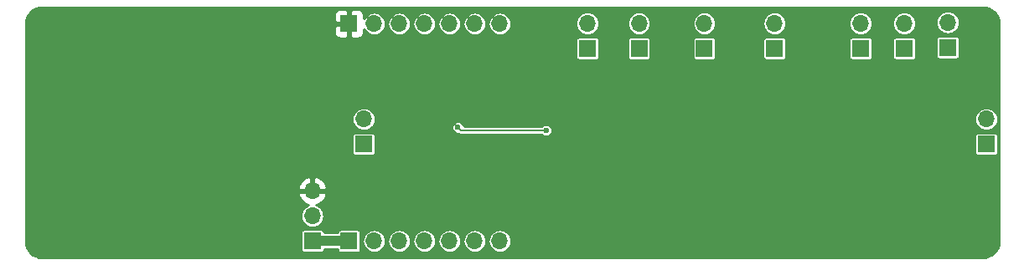
<source format=gbr>
G04 #@! TF.GenerationSoftware,KiCad,Pcbnew,(5.1.2)-2*
G04 #@! TF.CreationDate,2020-04-06T22:20:43-04:00*
G04 #@! TF.ProjectId,led_everled,6c65645f-6576-4657-926c-65642e6b6963,rev?*
G04 #@! TF.SameCoordinates,Original*
G04 #@! TF.FileFunction,Copper,L2,Bot*
G04 #@! TF.FilePolarity,Positive*
%FSLAX46Y46*%
G04 Gerber Fmt 4.6, Leading zero omitted, Abs format (unit mm)*
G04 Created by KiCad (PCBNEW (5.1.2)-2) date 2020-04-06 22:20:43*
%MOMM*%
%LPD*%
G04 APERTURE LIST*
%ADD10O,1.700000X1.700000*%
%ADD11R,1.700000X1.700000*%
%ADD12C,0.600000*%
%ADD13C,0.200000*%
%ADD14C,1.000000*%
%ADD15C,0.254000*%
G04 APERTURE END LIST*
D10*
X138700000Y-75960000D03*
D11*
X138700000Y-78500000D03*
D10*
X130000000Y-75960000D03*
D11*
X130000000Y-78500000D03*
X143100000Y-78500000D03*
D10*
X143100000Y-75960000D03*
D11*
X147500000Y-78400000D03*
D10*
X147500000Y-75860000D03*
D11*
X111100000Y-78500000D03*
D10*
X111100000Y-75960000D03*
X116300000Y-75960000D03*
D11*
X116300000Y-78500000D03*
X122900000Y-78500000D03*
D10*
X122900000Y-75960000D03*
X102240000Y-98000000D03*
X99700000Y-98000000D03*
X97160000Y-98000000D03*
X94620000Y-98000000D03*
X92080000Y-98000000D03*
X89540000Y-98000000D03*
D11*
X87000000Y-98000000D03*
X87000000Y-76000000D03*
D10*
X89540000Y-76000000D03*
X92080000Y-76000000D03*
X94620000Y-76000000D03*
X97160000Y-76000000D03*
X99700000Y-76000000D03*
X102240000Y-76000000D03*
D11*
X88500000Y-88200000D03*
D10*
X88500000Y-85660000D03*
D11*
X151400000Y-88200000D03*
D10*
X151400000Y-85660000D03*
D11*
X83300000Y-98000000D03*
D10*
X83300000Y-95460000D03*
X83300000Y-92920000D03*
D12*
X106300000Y-84200000D03*
X108000004Y-86600004D03*
X86000000Y-91900000D03*
X85800000Y-94900000D03*
X91300000Y-82400000D03*
X91300000Y-92200000D03*
X92600000Y-95700000D03*
X97300000Y-95800000D03*
X104900000Y-77800000D03*
X99600000Y-79800000D03*
X106400000Y-77100000D03*
X92500000Y-77700000D03*
X99800000Y-85400000D03*
X103800000Y-86000000D03*
X104700000Y-83800000D03*
X103200000Y-83800000D03*
X107600000Y-83700000D03*
X104100000Y-74700000D03*
X91600000Y-79300000D03*
X98000000Y-86500000D03*
X106900000Y-86800000D03*
D13*
X98000000Y-86500000D02*
X98300000Y-86800000D01*
X98300000Y-86800000D02*
X106900000Y-86800000D01*
D14*
X83400000Y-98000000D02*
X87000000Y-98000000D01*
D15*
G36*
X151323673Y-74365328D02*
G01*
X151635021Y-74459330D01*
X151922176Y-74612013D01*
X152174207Y-74817566D01*
X152381516Y-75068157D01*
X152536200Y-75354241D01*
X152632372Y-75664925D01*
X152668001Y-76003909D01*
X152668000Y-97983767D01*
X152634672Y-98323673D01*
X152540672Y-98635015D01*
X152387988Y-98922173D01*
X152182434Y-99174208D01*
X151931846Y-99381513D01*
X151645759Y-99536200D01*
X151335079Y-99632372D01*
X150996099Y-99668000D01*
X56016233Y-99668000D01*
X55676327Y-99634672D01*
X55364985Y-99540672D01*
X55077827Y-99387988D01*
X54825792Y-99182434D01*
X54618487Y-98931846D01*
X54463800Y-98645759D01*
X54367628Y-98335079D01*
X54332000Y-97996099D01*
X54332000Y-97150000D01*
X82121418Y-97150000D01*
X82121418Y-98850000D01*
X82127732Y-98914103D01*
X82146430Y-98975743D01*
X82176794Y-99032550D01*
X82217657Y-99082343D01*
X82267450Y-99123206D01*
X82324257Y-99153570D01*
X82385897Y-99172268D01*
X82450000Y-99178582D01*
X84150000Y-99178582D01*
X84214103Y-99172268D01*
X84275743Y-99153570D01*
X84332550Y-99123206D01*
X84382343Y-99082343D01*
X84423206Y-99032550D01*
X84453570Y-98975743D01*
X84472268Y-98914103D01*
X84478582Y-98850000D01*
X84478582Y-98827000D01*
X85821418Y-98827000D01*
X85821418Y-98850000D01*
X85827732Y-98914103D01*
X85846430Y-98975743D01*
X85876794Y-99032550D01*
X85917657Y-99082343D01*
X85967450Y-99123206D01*
X86024257Y-99153570D01*
X86085897Y-99172268D01*
X86150000Y-99178582D01*
X87850000Y-99178582D01*
X87914103Y-99172268D01*
X87975743Y-99153570D01*
X88032550Y-99123206D01*
X88082343Y-99082343D01*
X88123206Y-99032550D01*
X88153570Y-98975743D01*
X88172268Y-98914103D01*
X88178582Y-98850000D01*
X88178582Y-98000000D01*
X88357306Y-98000000D01*
X88380031Y-98230732D01*
X88447333Y-98452597D01*
X88556626Y-98657070D01*
X88703709Y-98836291D01*
X88882930Y-98983374D01*
X89087403Y-99092667D01*
X89309268Y-99159969D01*
X89482188Y-99177000D01*
X89597812Y-99177000D01*
X89770732Y-99159969D01*
X89992597Y-99092667D01*
X90197070Y-98983374D01*
X90376291Y-98836291D01*
X90523374Y-98657070D01*
X90632667Y-98452597D01*
X90699969Y-98230732D01*
X90722694Y-98000000D01*
X90897306Y-98000000D01*
X90920031Y-98230732D01*
X90987333Y-98452597D01*
X91096626Y-98657070D01*
X91243709Y-98836291D01*
X91422930Y-98983374D01*
X91627403Y-99092667D01*
X91849268Y-99159969D01*
X92022188Y-99177000D01*
X92137812Y-99177000D01*
X92310732Y-99159969D01*
X92532597Y-99092667D01*
X92737070Y-98983374D01*
X92916291Y-98836291D01*
X93063374Y-98657070D01*
X93172667Y-98452597D01*
X93239969Y-98230732D01*
X93262694Y-98000000D01*
X93437306Y-98000000D01*
X93460031Y-98230732D01*
X93527333Y-98452597D01*
X93636626Y-98657070D01*
X93783709Y-98836291D01*
X93962930Y-98983374D01*
X94167403Y-99092667D01*
X94389268Y-99159969D01*
X94562188Y-99177000D01*
X94677812Y-99177000D01*
X94850732Y-99159969D01*
X95072597Y-99092667D01*
X95277070Y-98983374D01*
X95456291Y-98836291D01*
X95603374Y-98657070D01*
X95712667Y-98452597D01*
X95779969Y-98230732D01*
X95802694Y-98000000D01*
X95977306Y-98000000D01*
X96000031Y-98230732D01*
X96067333Y-98452597D01*
X96176626Y-98657070D01*
X96323709Y-98836291D01*
X96502930Y-98983374D01*
X96707403Y-99092667D01*
X96929268Y-99159969D01*
X97102188Y-99177000D01*
X97217812Y-99177000D01*
X97390732Y-99159969D01*
X97612597Y-99092667D01*
X97817070Y-98983374D01*
X97996291Y-98836291D01*
X98143374Y-98657070D01*
X98252667Y-98452597D01*
X98319969Y-98230732D01*
X98342694Y-98000000D01*
X98517306Y-98000000D01*
X98540031Y-98230732D01*
X98607333Y-98452597D01*
X98716626Y-98657070D01*
X98863709Y-98836291D01*
X99042930Y-98983374D01*
X99247403Y-99092667D01*
X99469268Y-99159969D01*
X99642188Y-99177000D01*
X99757812Y-99177000D01*
X99930732Y-99159969D01*
X100152597Y-99092667D01*
X100357070Y-98983374D01*
X100536291Y-98836291D01*
X100683374Y-98657070D01*
X100792667Y-98452597D01*
X100859969Y-98230732D01*
X100882694Y-98000000D01*
X101057306Y-98000000D01*
X101080031Y-98230732D01*
X101147333Y-98452597D01*
X101256626Y-98657070D01*
X101403709Y-98836291D01*
X101582930Y-98983374D01*
X101787403Y-99092667D01*
X102009268Y-99159969D01*
X102182188Y-99177000D01*
X102297812Y-99177000D01*
X102470732Y-99159969D01*
X102692597Y-99092667D01*
X102897070Y-98983374D01*
X103076291Y-98836291D01*
X103223374Y-98657070D01*
X103332667Y-98452597D01*
X103399969Y-98230732D01*
X103422694Y-98000000D01*
X103399969Y-97769268D01*
X103332667Y-97547403D01*
X103223374Y-97342930D01*
X103076291Y-97163709D01*
X102897070Y-97016626D01*
X102692597Y-96907333D01*
X102470732Y-96840031D01*
X102297812Y-96823000D01*
X102182188Y-96823000D01*
X102009268Y-96840031D01*
X101787403Y-96907333D01*
X101582930Y-97016626D01*
X101403709Y-97163709D01*
X101256626Y-97342930D01*
X101147333Y-97547403D01*
X101080031Y-97769268D01*
X101057306Y-98000000D01*
X100882694Y-98000000D01*
X100859969Y-97769268D01*
X100792667Y-97547403D01*
X100683374Y-97342930D01*
X100536291Y-97163709D01*
X100357070Y-97016626D01*
X100152597Y-96907333D01*
X99930732Y-96840031D01*
X99757812Y-96823000D01*
X99642188Y-96823000D01*
X99469268Y-96840031D01*
X99247403Y-96907333D01*
X99042930Y-97016626D01*
X98863709Y-97163709D01*
X98716626Y-97342930D01*
X98607333Y-97547403D01*
X98540031Y-97769268D01*
X98517306Y-98000000D01*
X98342694Y-98000000D01*
X98319969Y-97769268D01*
X98252667Y-97547403D01*
X98143374Y-97342930D01*
X97996291Y-97163709D01*
X97817070Y-97016626D01*
X97612597Y-96907333D01*
X97390732Y-96840031D01*
X97217812Y-96823000D01*
X97102188Y-96823000D01*
X96929268Y-96840031D01*
X96707403Y-96907333D01*
X96502930Y-97016626D01*
X96323709Y-97163709D01*
X96176626Y-97342930D01*
X96067333Y-97547403D01*
X96000031Y-97769268D01*
X95977306Y-98000000D01*
X95802694Y-98000000D01*
X95779969Y-97769268D01*
X95712667Y-97547403D01*
X95603374Y-97342930D01*
X95456291Y-97163709D01*
X95277070Y-97016626D01*
X95072597Y-96907333D01*
X94850732Y-96840031D01*
X94677812Y-96823000D01*
X94562188Y-96823000D01*
X94389268Y-96840031D01*
X94167403Y-96907333D01*
X93962930Y-97016626D01*
X93783709Y-97163709D01*
X93636626Y-97342930D01*
X93527333Y-97547403D01*
X93460031Y-97769268D01*
X93437306Y-98000000D01*
X93262694Y-98000000D01*
X93239969Y-97769268D01*
X93172667Y-97547403D01*
X93063374Y-97342930D01*
X92916291Y-97163709D01*
X92737070Y-97016626D01*
X92532597Y-96907333D01*
X92310732Y-96840031D01*
X92137812Y-96823000D01*
X92022188Y-96823000D01*
X91849268Y-96840031D01*
X91627403Y-96907333D01*
X91422930Y-97016626D01*
X91243709Y-97163709D01*
X91096626Y-97342930D01*
X90987333Y-97547403D01*
X90920031Y-97769268D01*
X90897306Y-98000000D01*
X90722694Y-98000000D01*
X90699969Y-97769268D01*
X90632667Y-97547403D01*
X90523374Y-97342930D01*
X90376291Y-97163709D01*
X90197070Y-97016626D01*
X89992597Y-96907333D01*
X89770732Y-96840031D01*
X89597812Y-96823000D01*
X89482188Y-96823000D01*
X89309268Y-96840031D01*
X89087403Y-96907333D01*
X88882930Y-97016626D01*
X88703709Y-97163709D01*
X88556626Y-97342930D01*
X88447333Y-97547403D01*
X88380031Y-97769268D01*
X88357306Y-98000000D01*
X88178582Y-98000000D01*
X88178582Y-97150000D01*
X88172268Y-97085897D01*
X88153570Y-97024257D01*
X88123206Y-96967450D01*
X88082343Y-96917657D01*
X88032550Y-96876794D01*
X87975743Y-96846430D01*
X87914103Y-96827732D01*
X87850000Y-96821418D01*
X86150000Y-96821418D01*
X86085897Y-96827732D01*
X86024257Y-96846430D01*
X85967450Y-96876794D01*
X85917657Y-96917657D01*
X85876794Y-96967450D01*
X85846430Y-97024257D01*
X85827732Y-97085897D01*
X85821418Y-97150000D01*
X85821418Y-97173000D01*
X84478582Y-97173000D01*
X84478582Y-97150000D01*
X84472268Y-97085897D01*
X84453570Y-97024257D01*
X84423206Y-96967450D01*
X84382343Y-96917657D01*
X84332550Y-96876794D01*
X84275743Y-96846430D01*
X84214103Y-96827732D01*
X84150000Y-96821418D01*
X82450000Y-96821418D01*
X82385897Y-96827732D01*
X82324257Y-96846430D01*
X82267450Y-96876794D01*
X82217657Y-96917657D01*
X82176794Y-96967450D01*
X82146430Y-97024257D01*
X82127732Y-97085897D01*
X82121418Y-97150000D01*
X54332000Y-97150000D01*
X54332000Y-93276890D01*
X81858524Y-93276890D01*
X81903175Y-93424099D01*
X82028359Y-93686920D01*
X82202412Y-93920269D01*
X82418645Y-94115178D01*
X82668748Y-94264157D01*
X82907885Y-94348986D01*
X82847403Y-94367333D01*
X82642930Y-94476626D01*
X82463709Y-94623709D01*
X82316626Y-94802930D01*
X82207333Y-95007403D01*
X82140031Y-95229268D01*
X82117306Y-95460000D01*
X82140031Y-95690732D01*
X82207333Y-95912597D01*
X82316626Y-96117070D01*
X82463709Y-96296291D01*
X82642930Y-96443374D01*
X82847403Y-96552667D01*
X83069268Y-96619969D01*
X83242188Y-96637000D01*
X83357812Y-96637000D01*
X83530732Y-96619969D01*
X83752597Y-96552667D01*
X83957070Y-96443374D01*
X84136291Y-96296291D01*
X84283374Y-96117070D01*
X84392667Y-95912597D01*
X84459969Y-95690732D01*
X84482694Y-95460000D01*
X84459969Y-95229268D01*
X84392667Y-95007403D01*
X84283374Y-94802930D01*
X84136291Y-94623709D01*
X83957070Y-94476626D01*
X83752597Y-94367333D01*
X83692115Y-94348986D01*
X83931252Y-94264157D01*
X84181355Y-94115178D01*
X84397588Y-93920269D01*
X84571641Y-93686920D01*
X84696825Y-93424099D01*
X84741476Y-93276890D01*
X84620155Y-93047000D01*
X83427000Y-93047000D01*
X83427000Y-93067000D01*
X83173000Y-93067000D01*
X83173000Y-93047000D01*
X81979845Y-93047000D01*
X81858524Y-93276890D01*
X54332000Y-93276890D01*
X54332000Y-92563110D01*
X81858524Y-92563110D01*
X81979845Y-92793000D01*
X83173000Y-92793000D01*
X83173000Y-91599186D01*
X83427000Y-91599186D01*
X83427000Y-92793000D01*
X84620155Y-92793000D01*
X84741476Y-92563110D01*
X84696825Y-92415901D01*
X84571641Y-92153080D01*
X84397588Y-91919731D01*
X84181355Y-91724822D01*
X83931252Y-91575843D01*
X83656891Y-91478519D01*
X83427000Y-91599186D01*
X83173000Y-91599186D01*
X82943109Y-91478519D01*
X82668748Y-91575843D01*
X82418645Y-91724822D01*
X82202412Y-91919731D01*
X82028359Y-92153080D01*
X81903175Y-92415901D01*
X81858524Y-92563110D01*
X54332000Y-92563110D01*
X54332000Y-87350000D01*
X87321418Y-87350000D01*
X87321418Y-89050000D01*
X87327732Y-89114103D01*
X87346430Y-89175743D01*
X87376794Y-89232550D01*
X87417657Y-89282343D01*
X87467450Y-89323206D01*
X87524257Y-89353570D01*
X87585897Y-89372268D01*
X87650000Y-89378582D01*
X89350000Y-89378582D01*
X89414103Y-89372268D01*
X89475743Y-89353570D01*
X89532550Y-89323206D01*
X89582343Y-89282343D01*
X89623206Y-89232550D01*
X89653570Y-89175743D01*
X89672268Y-89114103D01*
X89678582Y-89050000D01*
X89678582Y-87350000D01*
X89672268Y-87285897D01*
X89653570Y-87224257D01*
X89623206Y-87167450D01*
X89582343Y-87117657D01*
X89532550Y-87076794D01*
X89475743Y-87046430D01*
X89414103Y-87027732D01*
X89350000Y-87021418D01*
X87650000Y-87021418D01*
X87585897Y-87027732D01*
X87524257Y-87046430D01*
X87467450Y-87076794D01*
X87417657Y-87117657D01*
X87376794Y-87167450D01*
X87346430Y-87224257D01*
X87327732Y-87285897D01*
X87321418Y-87350000D01*
X54332000Y-87350000D01*
X54332000Y-85660000D01*
X87317306Y-85660000D01*
X87340031Y-85890732D01*
X87407333Y-86112597D01*
X87516626Y-86317070D01*
X87663709Y-86496291D01*
X87842930Y-86643374D01*
X88047403Y-86752667D01*
X88269268Y-86819969D01*
X88442188Y-86837000D01*
X88557812Y-86837000D01*
X88730732Y-86819969D01*
X88952597Y-86752667D01*
X89157070Y-86643374D01*
X89336291Y-86496291D01*
X89383927Y-86438246D01*
X97373000Y-86438246D01*
X97373000Y-86561754D01*
X97397095Y-86682889D01*
X97444360Y-86796996D01*
X97512977Y-86899689D01*
X97600311Y-86987023D01*
X97703004Y-87055640D01*
X97817111Y-87102905D01*
X97938246Y-87127000D01*
X98025367Y-87127000D01*
X98061623Y-87156755D01*
X98101273Y-87177948D01*
X98135804Y-87196405D01*
X98216293Y-87220822D01*
X98279022Y-87227000D01*
X98279032Y-87227000D01*
X98299999Y-87229065D01*
X98320966Y-87227000D01*
X106440288Y-87227000D01*
X106500311Y-87287023D01*
X106603004Y-87355640D01*
X106717111Y-87402905D01*
X106838246Y-87427000D01*
X106961754Y-87427000D01*
X107082889Y-87402905D01*
X107196996Y-87355640D01*
X107205436Y-87350000D01*
X150221418Y-87350000D01*
X150221418Y-89050000D01*
X150227732Y-89114103D01*
X150246430Y-89175743D01*
X150276794Y-89232550D01*
X150317657Y-89282343D01*
X150367450Y-89323206D01*
X150424257Y-89353570D01*
X150485897Y-89372268D01*
X150550000Y-89378582D01*
X152250000Y-89378582D01*
X152314103Y-89372268D01*
X152375743Y-89353570D01*
X152432550Y-89323206D01*
X152482343Y-89282343D01*
X152523206Y-89232550D01*
X152553570Y-89175743D01*
X152572268Y-89114103D01*
X152578582Y-89050000D01*
X152578582Y-87350000D01*
X152572268Y-87285897D01*
X152553570Y-87224257D01*
X152523206Y-87167450D01*
X152482343Y-87117657D01*
X152432550Y-87076794D01*
X152375743Y-87046430D01*
X152314103Y-87027732D01*
X152250000Y-87021418D01*
X150550000Y-87021418D01*
X150485897Y-87027732D01*
X150424257Y-87046430D01*
X150367450Y-87076794D01*
X150317657Y-87117657D01*
X150276794Y-87167450D01*
X150246430Y-87224257D01*
X150227732Y-87285897D01*
X150221418Y-87350000D01*
X107205436Y-87350000D01*
X107299689Y-87287023D01*
X107387023Y-87199689D01*
X107455640Y-87096996D01*
X107502905Y-86982889D01*
X107527000Y-86861754D01*
X107527000Y-86738246D01*
X107502905Y-86617111D01*
X107455640Y-86503004D01*
X107387023Y-86400311D01*
X107299689Y-86312977D01*
X107196996Y-86244360D01*
X107082889Y-86197095D01*
X106961754Y-86173000D01*
X106838246Y-86173000D01*
X106717111Y-86197095D01*
X106603004Y-86244360D01*
X106500311Y-86312977D01*
X106440288Y-86373000D01*
X98614022Y-86373000D01*
X98602905Y-86317111D01*
X98555640Y-86203004D01*
X98487023Y-86100311D01*
X98399689Y-86012977D01*
X98296996Y-85944360D01*
X98182889Y-85897095D01*
X98061754Y-85873000D01*
X97938246Y-85873000D01*
X97817111Y-85897095D01*
X97703004Y-85944360D01*
X97600311Y-86012977D01*
X97512977Y-86100311D01*
X97444360Y-86203004D01*
X97397095Y-86317111D01*
X97373000Y-86438246D01*
X89383927Y-86438246D01*
X89483374Y-86317070D01*
X89592667Y-86112597D01*
X89659969Y-85890732D01*
X89682694Y-85660000D01*
X150217306Y-85660000D01*
X150240031Y-85890732D01*
X150307333Y-86112597D01*
X150416626Y-86317070D01*
X150563709Y-86496291D01*
X150742930Y-86643374D01*
X150947403Y-86752667D01*
X151169268Y-86819969D01*
X151342188Y-86837000D01*
X151457812Y-86837000D01*
X151630732Y-86819969D01*
X151852597Y-86752667D01*
X152057070Y-86643374D01*
X152236291Y-86496291D01*
X152383374Y-86317070D01*
X152492667Y-86112597D01*
X152559969Y-85890732D01*
X152582694Y-85660000D01*
X152559969Y-85429268D01*
X152492667Y-85207403D01*
X152383374Y-85002930D01*
X152236291Y-84823709D01*
X152057070Y-84676626D01*
X151852597Y-84567333D01*
X151630732Y-84500031D01*
X151457812Y-84483000D01*
X151342188Y-84483000D01*
X151169268Y-84500031D01*
X150947403Y-84567333D01*
X150742930Y-84676626D01*
X150563709Y-84823709D01*
X150416626Y-85002930D01*
X150307333Y-85207403D01*
X150240031Y-85429268D01*
X150217306Y-85660000D01*
X89682694Y-85660000D01*
X89659969Y-85429268D01*
X89592667Y-85207403D01*
X89483374Y-85002930D01*
X89336291Y-84823709D01*
X89157070Y-84676626D01*
X88952597Y-84567333D01*
X88730732Y-84500031D01*
X88557812Y-84483000D01*
X88442188Y-84483000D01*
X88269268Y-84500031D01*
X88047403Y-84567333D01*
X87842930Y-84676626D01*
X87663709Y-84823709D01*
X87516626Y-85002930D01*
X87407333Y-85207403D01*
X87340031Y-85429268D01*
X87317306Y-85660000D01*
X54332000Y-85660000D01*
X54332000Y-77650000D01*
X109921418Y-77650000D01*
X109921418Y-79350000D01*
X109927732Y-79414103D01*
X109946430Y-79475743D01*
X109976794Y-79532550D01*
X110017657Y-79582343D01*
X110067450Y-79623206D01*
X110124257Y-79653570D01*
X110185897Y-79672268D01*
X110250000Y-79678582D01*
X111950000Y-79678582D01*
X112014103Y-79672268D01*
X112075743Y-79653570D01*
X112132550Y-79623206D01*
X112182343Y-79582343D01*
X112223206Y-79532550D01*
X112253570Y-79475743D01*
X112272268Y-79414103D01*
X112278582Y-79350000D01*
X112278582Y-77650000D01*
X115121418Y-77650000D01*
X115121418Y-79350000D01*
X115127732Y-79414103D01*
X115146430Y-79475743D01*
X115176794Y-79532550D01*
X115217657Y-79582343D01*
X115267450Y-79623206D01*
X115324257Y-79653570D01*
X115385897Y-79672268D01*
X115450000Y-79678582D01*
X117150000Y-79678582D01*
X117214103Y-79672268D01*
X117275743Y-79653570D01*
X117332550Y-79623206D01*
X117382343Y-79582343D01*
X117423206Y-79532550D01*
X117453570Y-79475743D01*
X117472268Y-79414103D01*
X117478582Y-79350000D01*
X117478582Y-77650000D01*
X121721418Y-77650000D01*
X121721418Y-79350000D01*
X121727732Y-79414103D01*
X121746430Y-79475743D01*
X121776794Y-79532550D01*
X121817657Y-79582343D01*
X121867450Y-79623206D01*
X121924257Y-79653570D01*
X121985897Y-79672268D01*
X122050000Y-79678582D01*
X123750000Y-79678582D01*
X123814103Y-79672268D01*
X123875743Y-79653570D01*
X123932550Y-79623206D01*
X123982343Y-79582343D01*
X124023206Y-79532550D01*
X124053570Y-79475743D01*
X124072268Y-79414103D01*
X124078582Y-79350000D01*
X124078582Y-77650000D01*
X128821418Y-77650000D01*
X128821418Y-79350000D01*
X128827732Y-79414103D01*
X128846430Y-79475743D01*
X128876794Y-79532550D01*
X128917657Y-79582343D01*
X128967450Y-79623206D01*
X129024257Y-79653570D01*
X129085897Y-79672268D01*
X129150000Y-79678582D01*
X130850000Y-79678582D01*
X130914103Y-79672268D01*
X130975743Y-79653570D01*
X131032550Y-79623206D01*
X131082343Y-79582343D01*
X131123206Y-79532550D01*
X131153570Y-79475743D01*
X131172268Y-79414103D01*
X131178582Y-79350000D01*
X131178582Y-77650000D01*
X137521418Y-77650000D01*
X137521418Y-79350000D01*
X137527732Y-79414103D01*
X137546430Y-79475743D01*
X137576794Y-79532550D01*
X137617657Y-79582343D01*
X137667450Y-79623206D01*
X137724257Y-79653570D01*
X137785897Y-79672268D01*
X137850000Y-79678582D01*
X139550000Y-79678582D01*
X139614103Y-79672268D01*
X139675743Y-79653570D01*
X139732550Y-79623206D01*
X139782343Y-79582343D01*
X139823206Y-79532550D01*
X139853570Y-79475743D01*
X139872268Y-79414103D01*
X139878582Y-79350000D01*
X139878582Y-77650000D01*
X141921418Y-77650000D01*
X141921418Y-79350000D01*
X141927732Y-79414103D01*
X141946430Y-79475743D01*
X141976794Y-79532550D01*
X142017657Y-79582343D01*
X142067450Y-79623206D01*
X142124257Y-79653570D01*
X142185897Y-79672268D01*
X142250000Y-79678582D01*
X143950000Y-79678582D01*
X144014103Y-79672268D01*
X144075743Y-79653570D01*
X144132550Y-79623206D01*
X144182343Y-79582343D01*
X144223206Y-79532550D01*
X144253570Y-79475743D01*
X144272268Y-79414103D01*
X144278582Y-79350000D01*
X144278582Y-77650000D01*
X144272268Y-77585897D01*
X144261379Y-77550000D01*
X146321418Y-77550000D01*
X146321418Y-79250000D01*
X146327732Y-79314103D01*
X146346430Y-79375743D01*
X146376794Y-79432550D01*
X146417657Y-79482343D01*
X146467450Y-79523206D01*
X146524257Y-79553570D01*
X146585897Y-79572268D01*
X146650000Y-79578582D01*
X148350000Y-79578582D01*
X148414103Y-79572268D01*
X148475743Y-79553570D01*
X148532550Y-79523206D01*
X148582343Y-79482343D01*
X148623206Y-79432550D01*
X148653570Y-79375743D01*
X148672268Y-79314103D01*
X148678582Y-79250000D01*
X148678582Y-77550000D01*
X148672268Y-77485897D01*
X148653570Y-77424257D01*
X148623206Y-77367450D01*
X148582343Y-77317657D01*
X148532550Y-77276794D01*
X148475743Y-77246430D01*
X148414103Y-77227732D01*
X148350000Y-77221418D01*
X146650000Y-77221418D01*
X146585897Y-77227732D01*
X146524257Y-77246430D01*
X146467450Y-77276794D01*
X146417657Y-77317657D01*
X146376794Y-77367450D01*
X146346430Y-77424257D01*
X146327732Y-77485897D01*
X146321418Y-77550000D01*
X144261379Y-77550000D01*
X144253570Y-77524257D01*
X144223206Y-77467450D01*
X144182343Y-77417657D01*
X144132550Y-77376794D01*
X144075743Y-77346430D01*
X144014103Y-77327732D01*
X143950000Y-77321418D01*
X142250000Y-77321418D01*
X142185897Y-77327732D01*
X142124257Y-77346430D01*
X142067450Y-77376794D01*
X142017657Y-77417657D01*
X141976794Y-77467450D01*
X141946430Y-77524257D01*
X141927732Y-77585897D01*
X141921418Y-77650000D01*
X139878582Y-77650000D01*
X139872268Y-77585897D01*
X139853570Y-77524257D01*
X139823206Y-77467450D01*
X139782343Y-77417657D01*
X139732550Y-77376794D01*
X139675743Y-77346430D01*
X139614103Y-77327732D01*
X139550000Y-77321418D01*
X137850000Y-77321418D01*
X137785897Y-77327732D01*
X137724257Y-77346430D01*
X137667450Y-77376794D01*
X137617657Y-77417657D01*
X137576794Y-77467450D01*
X137546430Y-77524257D01*
X137527732Y-77585897D01*
X137521418Y-77650000D01*
X131178582Y-77650000D01*
X131172268Y-77585897D01*
X131153570Y-77524257D01*
X131123206Y-77467450D01*
X131082343Y-77417657D01*
X131032550Y-77376794D01*
X130975743Y-77346430D01*
X130914103Y-77327732D01*
X130850000Y-77321418D01*
X129150000Y-77321418D01*
X129085897Y-77327732D01*
X129024257Y-77346430D01*
X128967450Y-77376794D01*
X128917657Y-77417657D01*
X128876794Y-77467450D01*
X128846430Y-77524257D01*
X128827732Y-77585897D01*
X128821418Y-77650000D01*
X124078582Y-77650000D01*
X124072268Y-77585897D01*
X124053570Y-77524257D01*
X124023206Y-77467450D01*
X123982343Y-77417657D01*
X123932550Y-77376794D01*
X123875743Y-77346430D01*
X123814103Y-77327732D01*
X123750000Y-77321418D01*
X122050000Y-77321418D01*
X121985897Y-77327732D01*
X121924257Y-77346430D01*
X121867450Y-77376794D01*
X121817657Y-77417657D01*
X121776794Y-77467450D01*
X121746430Y-77524257D01*
X121727732Y-77585897D01*
X121721418Y-77650000D01*
X117478582Y-77650000D01*
X117472268Y-77585897D01*
X117453570Y-77524257D01*
X117423206Y-77467450D01*
X117382343Y-77417657D01*
X117332550Y-77376794D01*
X117275743Y-77346430D01*
X117214103Y-77327732D01*
X117150000Y-77321418D01*
X115450000Y-77321418D01*
X115385897Y-77327732D01*
X115324257Y-77346430D01*
X115267450Y-77376794D01*
X115217657Y-77417657D01*
X115176794Y-77467450D01*
X115146430Y-77524257D01*
X115127732Y-77585897D01*
X115121418Y-77650000D01*
X112278582Y-77650000D01*
X112272268Y-77585897D01*
X112253570Y-77524257D01*
X112223206Y-77467450D01*
X112182343Y-77417657D01*
X112132550Y-77376794D01*
X112075743Y-77346430D01*
X112014103Y-77327732D01*
X111950000Y-77321418D01*
X110250000Y-77321418D01*
X110185897Y-77327732D01*
X110124257Y-77346430D01*
X110067450Y-77376794D01*
X110017657Y-77417657D01*
X109976794Y-77467450D01*
X109946430Y-77524257D01*
X109927732Y-77585897D01*
X109921418Y-77650000D01*
X54332000Y-77650000D01*
X54332000Y-76850000D01*
X85511928Y-76850000D01*
X85524188Y-76974482D01*
X85560498Y-77094180D01*
X85619463Y-77204494D01*
X85698815Y-77301185D01*
X85795506Y-77380537D01*
X85905820Y-77439502D01*
X86025518Y-77475812D01*
X86150000Y-77488072D01*
X86714250Y-77485000D01*
X86873000Y-77326250D01*
X86873000Y-76127000D01*
X85673750Y-76127000D01*
X85515000Y-76285750D01*
X85511928Y-76850000D01*
X54332000Y-76850000D01*
X54332000Y-76016233D01*
X54365328Y-75676327D01*
X54459330Y-75364979D01*
X54573636Y-75150000D01*
X85511928Y-75150000D01*
X85515000Y-75714250D01*
X85673750Y-75873000D01*
X86873000Y-75873000D01*
X86873000Y-74673750D01*
X87127000Y-74673750D01*
X87127000Y-75873000D01*
X87147000Y-75873000D01*
X87147000Y-76127000D01*
X87127000Y-76127000D01*
X87127000Y-77326250D01*
X87285750Y-77485000D01*
X87850000Y-77488072D01*
X87974482Y-77475812D01*
X88094180Y-77439502D01*
X88204494Y-77380537D01*
X88301185Y-77301185D01*
X88380537Y-77204494D01*
X88439502Y-77094180D01*
X88475812Y-76974482D01*
X88488072Y-76850000D01*
X88486305Y-76525509D01*
X88556626Y-76657070D01*
X88703709Y-76836291D01*
X88882930Y-76983374D01*
X89087403Y-77092667D01*
X89309268Y-77159969D01*
X89482188Y-77177000D01*
X89597812Y-77177000D01*
X89770732Y-77159969D01*
X89992597Y-77092667D01*
X90197070Y-76983374D01*
X90376291Y-76836291D01*
X90523374Y-76657070D01*
X90632667Y-76452597D01*
X90699969Y-76230732D01*
X90722694Y-76000000D01*
X90897306Y-76000000D01*
X90920031Y-76230732D01*
X90987333Y-76452597D01*
X91096626Y-76657070D01*
X91243709Y-76836291D01*
X91422930Y-76983374D01*
X91627403Y-77092667D01*
X91849268Y-77159969D01*
X92022188Y-77177000D01*
X92137812Y-77177000D01*
X92310732Y-77159969D01*
X92532597Y-77092667D01*
X92737070Y-76983374D01*
X92916291Y-76836291D01*
X93063374Y-76657070D01*
X93172667Y-76452597D01*
X93239969Y-76230732D01*
X93262694Y-76000000D01*
X93437306Y-76000000D01*
X93460031Y-76230732D01*
X93527333Y-76452597D01*
X93636626Y-76657070D01*
X93783709Y-76836291D01*
X93962930Y-76983374D01*
X94167403Y-77092667D01*
X94389268Y-77159969D01*
X94562188Y-77177000D01*
X94677812Y-77177000D01*
X94850732Y-77159969D01*
X95072597Y-77092667D01*
X95277070Y-76983374D01*
X95456291Y-76836291D01*
X95603374Y-76657070D01*
X95712667Y-76452597D01*
X95779969Y-76230732D01*
X95802694Y-76000000D01*
X95977306Y-76000000D01*
X96000031Y-76230732D01*
X96067333Y-76452597D01*
X96176626Y-76657070D01*
X96323709Y-76836291D01*
X96502930Y-76983374D01*
X96707403Y-77092667D01*
X96929268Y-77159969D01*
X97102188Y-77177000D01*
X97217812Y-77177000D01*
X97390732Y-77159969D01*
X97612597Y-77092667D01*
X97817070Y-76983374D01*
X97996291Y-76836291D01*
X98143374Y-76657070D01*
X98252667Y-76452597D01*
X98319969Y-76230732D01*
X98342694Y-76000000D01*
X98517306Y-76000000D01*
X98540031Y-76230732D01*
X98607333Y-76452597D01*
X98716626Y-76657070D01*
X98863709Y-76836291D01*
X99042930Y-76983374D01*
X99247403Y-77092667D01*
X99469268Y-77159969D01*
X99642188Y-77177000D01*
X99757812Y-77177000D01*
X99930732Y-77159969D01*
X100152597Y-77092667D01*
X100357070Y-76983374D01*
X100536291Y-76836291D01*
X100683374Y-76657070D01*
X100792667Y-76452597D01*
X100859969Y-76230732D01*
X100882694Y-76000000D01*
X101057306Y-76000000D01*
X101080031Y-76230732D01*
X101147333Y-76452597D01*
X101256626Y-76657070D01*
X101403709Y-76836291D01*
X101582930Y-76983374D01*
X101787403Y-77092667D01*
X102009268Y-77159969D01*
X102182188Y-77177000D01*
X102297812Y-77177000D01*
X102470732Y-77159969D01*
X102692597Y-77092667D01*
X102897070Y-76983374D01*
X103076291Y-76836291D01*
X103223374Y-76657070D01*
X103332667Y-76452597D01*
X103399969Y-76230732D01*
X103422694Y-76000000D01*
X103418755Y-75960000D01*
X109917306Y-75960000D01*
X109940031Y-76190732D01*
X110007333Y-76412597D01*
X110116626Y-76617070D01*
X110263709Y-76796291D01*
X110442930Y-76943374D01*
X110647403Y-77052667D01*
X110869268Y-77119969D01*
X111042188Y-77137000D01*
X111157812Y-77137000D01*
X111330732Y-77119969D01*
X111552597Y-77052667D01*
X111757070Y-76943374D01*
X111936291Y-76796291D01*
X112083374Y-76617070D01*
X112192667Y-76412597D01*
X112259969Y-76190732D01*
X112282694Y-75960000D01*
X115117306Y-75960000D01*
X115140031Y-76190732D01*
X115207333Y-76412597D01*
X115316626Y-76617070D01*
X115463709Y-76796291D01*
X115642930Y-76943374D01*
X115847403Y-77052667D01*
X116069268Y-77119969D01*
X116242188Y-77137000D01*
X116357812Y-77137000D01*
X116530732Y-77119969D01*
X116752597Y-77052667D01*
X116957070Y-76943374D01*
X117136291Y-76796291D01*
X117283374Y-76617070D01*
X117392667Y-76412597D01*
X117459969Y-76190732D01*
X117482694Y-75960000D01*
X121717306Y-75960000D01*
X121740031Y-76190732D01*
X121807333Y-76412597D01*
X121916626Y-76617070D01*
X122063709Y-76796291D01*
X122242930Y-76943374D01*
X122447403Y-77052667D01*
X122669268Y-77119969D01*
X122842188Y-77137000D01*
X122957812Y-77137000D01*
X123130732Y-77119969D01*
X123352597Y-77052667D01*
X123557070Y-76943374D01*
X123736291Y-76796291D01*
X123883374Y-76617070D01*
X123992667Y-76412597D01*
X124059969Y-76190732D01*
X124082694Y-75960000D01*
X128817306Y-75960000D01*
X128840031Y-76190732D01*
X128907333Y-76412597D01*
X129016626Y-76617070D01*
X129163709Y-76796291D01*
X129342930Y-76943374D01*
X129547403Y-77052667D01*
X129769268Y-77119969D01*
X129942188Y-77137000D01*
X130057812Y-77137000D01*
X130230732Y-77119969D01*
X130452597Y-77052667D01*
X130657070Y-76943374D01*
X130836291Y-76796291D01*
X130983374Y-76617070D01*
X131092667Y-76412597D01*
X131159969Y-76190732D01*
X131182694Y-75960000D01*
X137517306Y-75960000D01*
X137540031Y-76190732D01*
X137607333Y-76412597D01*
X137716626Y-76617070D01*
X137863709Y-76796291D01*
X138042930Y-76943374D01*
X138247403Y-77052667D01*
X138469268Y-77119969D01*
X138642188Y-77137000D01*
X138757812Y-77137000D01*
X138930732Y-77119969D01*
X139152597Y-77052667D01*
X139357070Y-76943374D01*
X139536291Y-76796291D01*
X139683374Y-76617070D01*
X139792667Y-76412597D01*
X139859969Y-76190732D01*
X139882694Y-75960000D01*
X141917306Y-75960000D01*
X141940031Y-76190732D01*
X142007333Y-76412597D01*
X142116626Y-76617070D01*
X142263709Y-76796291D01*
X142442930Y-76943374D01*
X142647403Y-77052667D01*
X142869268Y-77119969D01*
X143042188Y-77137000D01*
X143157812Y-77137000D01*
X143330732Y-77119969D01*
X143552597Y-77052667D01*
X143757070Y-76943374D01*
X143936291Y-76796291D01*
X144083374Y-76617070D01*
X144192667Y-76412597D01*
X144259969Y-76190732D01*
X144282694Y-75960000D01*
X144272845Y-75860000D01*
X146317306Y-75860000D01*
X146340031Y-76090732D01*
X146407333Y-76312597D01*
X146516626Y-76517070D01*
X146663709Y-76696291D01*
X146842930Y-76843374D01*
X147047403Y-76952667D01*
X147269268Y-77019969D01*
X147442188Y-77037000D01*
X147557812Y-77037000D01*
X147730732Y-77019969D01*
X147952597Y-76952667D01*
X148157070Y-76843374D01*
X148336291Y-76696291D01*
X148483374Y-76517070D01*
X148592667Y-76312597D01*
X148659969Y-76090732D01*
X148682694Y-75860000D01*
X148659969Y-75629268D01*
X148592667Y-75407403D01*
X148483374Y-75202930D01*
X148336291Y-75023709D01*
X148157070Y-74876626D01*
X147952597Y-74767333D01*
X147730732Y-74700031D01*
X147557812Y-74683000D01*
X147442188Y-74683000D01*
X147269268Y-74700031D01*
X147047403Y-74767333D01*
X146842930Y-74876626D01*
X146663709Y-75023709D01*
X146516626Y-75202930D01*
X146407333Y-75407403D01*
X146340031Y-75629268D01*
X146317306Y-75860000D01*
X144272845Y-75860000D01*
X144259969Y-75729268D01*
X144192667Y-75507403D01*
X144083374Y-75302930D01*
X143936291Y-75123709D01*
X143757070Y-74976626D01*
X143552597Y-74867333D01*
X143330732Y-74800031D01*
X143157812Y-74783000D01*
X143042188Y-74783000D01*
X142869268Y-74800031D01*
X142647403Y-74867333D01*
X142442930Y-74976626D01*
X142263709Y-75123709D01*
X142116626Y-75302930D01*
X142007333Y-75507403D01*
X141940031Y-75729268D01*
X141917306Y-75960000D01*
X139882694Y-75960000D01*
X139859969Y-75729268D01*
X139792667Y-75507403D01*
X139683374Y-75302930D01*
X139536291Y-75123709D01*
X139357070Y-74976626D01*
X139152597Y-74867333D01*
X138930732Y-74800031D01*
X138757812Y-74783000D01*
X138642188Y-74783000D01*
X138469268Y-74800031D01*
X138247403Y-74867333D01*
X138042930Y-74976626D01*
X137863709Y-75123709D01*
X137716626Y-75302930D01*
X137607333Y-75507403D01*
X137540031Y-75729268D01*
X137517306Y-75960000D01*
X131182694Y-75960000D01*
X131159969Y-75729268D01*
X131092667Y-75507403D01*
X130983374Y-75302930D01*
X130836291Y-75123709D01*
X130657070Y-74976626D01*
X130452597Y-74867333D01*
X130230732Y-74800031D01*
X130057812Y-74783000D01*
X129942188Y-74783000D01*
X129769268Y-74800031D01*
X129547403Y-74867333D01*
X129342930Y-74976626D01*
X129163709Y-75123709D01*
X129016626Y-75302930D01*
X128907333Y-75507403D01*
X128840031Y-75729268D01*
X128817306Y-75960000D01*
X124082694Y-75960000D01*
X124059969Y-75729268D01*
X123992667Y-75507403D01*
X123883374Y-75302930D01*
X123736291Y-75123709D01*
X123557070Y-74976626D01*
X123352597Y-74867333D01*
X123130732Y-74800031D01*
X122957812Y-74783000D01*
X122842188Y-74783000D01*
X122669268Y-74800031D01*
X122447403Y-74867333D01*
X122242930Y-74976626D01*
X122063709Y-75123709D01*
X121916626Y-75302930D01*
X121807333Y-75507403D01*
X121740031Y-75729268D01*
X121717306Y-75960000D01*
X117482694Y-75960000D01*
X117459969Y-75729268D01*
X117392667Y-75507403D01*
X117283374Y-75302930D01*
X117136291Y-75123709D01*
X116957070Y-74976626D01*
X116752597Y-74867333D01*
X116530732Y-74800031D01*
X116357812Y-74783000D01*
X116242188Y-74783000D01*
X116069268Y-74800031D01*
X115847403Y-74867333D01*
X115642930Y-74976626D01*
X115463709Y-75123709D01*
X115316626Y-75302930D01*
X115207333Y-75507403D01*
X115140031Y-75729268D01*
X115117306Y-75960000D01*
X112282694Y-75960000D01*
X112259969Y-75729268D01*
X112192667Y-75507403D01*
X112083374Y-75302930D01*
X111936291Y-75123709D01*
X111757070Y-74976626D01*
X111552597Y-74867333D01*
X111330732Y-74800031D01*
X111157812Y-74783000D01*
X111042188Y-74783000D01*
X110869268Y-74800031D01*
X110647403Y-74867333D01*
X110442930Y-74976626D01*
X110263709Y-75123709D01*
X110116626Y-75302930D01*
X110007333Y-75507403D01*
X109940031Y-75729268D01*
X109917306Y-75960000D01*
X103418755Y-75960000D01*
X103399969Y-75769268D01*
X103332667Y-75547403D01*
X103223374Y-75342930D01*
X103076291Y-75163709D01*
X102897070Y-75016626D01*
X102692597Y-74907333D01*
X102470732Y-74840031D01*
X102297812Y-74823000D01*
X102182188Y-74823000D01*
X102009268Y-74840031D01*
X101787403Y-74907333D01*
X101582930Y-75016626D01*
X101403709Y-75163709D01*
X101256626Y-75342930D01*
X101147333Y-75547403D01*
X101080031Y-75769268D01*
X101057306Y-76000000D01*
X100882694Y-76000000D01*
X100859969Y-75769268D01*
X100792667Y-75547403D01*
X100683374Y-75342930D01*
X100536291Y-75163709D01*
X100357070Y-75016626D01*
X100152597Y-74907333D01*
X99930732Y-74840031D01*
X99757812Y-74823000D01*
X99642188Y-74823000D01*
X99469268Y-74840031D01*
X99247403Y-74907333D01*
X99042930Y-75016626D01*
X98863709Y-75163709D01*
X98716626Y-75342930D01*
X98607333Y-75547403D01*
X98540031Y-75769268D01*
X98517306Y-76000000D01*
X98342694Y-76000000D01*
X98319969Y-75769268D01*
X98252667Y-75547403D01*
X98143374Y-75342930D01*
X97996291Y-75163709D01*
X97817070Y-75016626D01*
X97612597Y-74907333D01*
X97390732Y-74840031D01*
X97217812Y-74823000D01*
X97102188Y-74823000D01*
X96929268Y-74840031D01*
X96707403Y-74907333D01*
X96502930Y-75016626D01*
X96323709Y-75163709D01*
X96176626Y-75342930D01*
X96067333Y-75547403D01*
X96000031Y-75769268D01*
X95977306Y-76000000D01*
X95802694Y-76000000D01*
X95779969Y-75769268D01*
X95712667Y-75547403D01*
X95603374Y-75342930D01*
X95456291Y-75163709D01*
X95277070Y-75016626D01*
X95072597Y-74907333D01*
X94850732Y-74840031D01*
X94677812Y-74823000D01*
X94562188Y-74823000D01*
X94389268Y-74840031D01*
X94167403Y-74907333D01*
X93962930Y-75016626D01*
X93783709Y-75163709D01*
X93636626Y-75342930D01*
X93527333Y-75547403D01*
X93460031Y-75769268D01*
X93437306Y-76000000D01*
X93262694Y-76000000D01*
X93239969Y-75769268D01*
X93172667Y-75547403D01*
X93063374Y-75342930D01*
X92916291Y-75163709D01*
X92737070Y-75016626D01*
X92532597Y-74907333D01*
X92310732Y-74840031D01*
X92137812Y-74823000D01*
X92022188Y-74823000D01*
X91849268Y-74840031D01*
X91627403Y-74907333D01*
X91422930Y-75016626D01*
X91243709Y-75163709D01*
X91096626Y-75342930D01*
X90987333Y-75547403D01*
X90920031Y-75769268D01*
X90897306Y-76000000D01*
X90722694Y-76000000D01*
X90699969Y-75769268D01*
X90632667Y-75547403D01*
X90523374Y-75342930D01*
X90376291Y-75163709D01*
X90197070Y-75016626D01*
X89992597Y-74907333D01*
X89770732Y-74840031D01*
X89597812Y-74823000D01*
X89482188Y-74823000D01*
X89309268Y-74840031D01*
X89087403Y-74907333D01*
X88882930Y-75016626D01*
X88703709Y-75163709D01*
X88556626Y-75342930D01*
X88486305Y-75474491D01*
X88488072Y-75150000D01*
X88475812Y-75025518D01*
X88439502Y-74905820D01*
X88380537Y-74795506D01*
X88301185Y-74698815D01*
X88204494Y-74619463D01*
X88094180Y-74560498D01*
X87974482Y-74524188D01*
X87850000Y-74511928D01*
X87285750Y-74515000D01*
X87127000Y-74673750D01*
X86873000Y-74673750D01*
X86714250Y-74515000D01*
X86150000Y-74511928D01*
X86025518Y-74524188D01*
X85905820Y-74560498D01*
X85795506Y-74619463D01*
X85698815Y-74698815D01*
X85619463Y-74795506D01*
X85560498Y-74905820D01*
X85524188Y-75025518D01*
X85511928Y-75150000D01*
X54573636Y-75150000D01*
X54612013Y-75077824D01*
X54817566Y-74825793D01*
X55068157Y-74618484D01*
X55354241Y-74463800D01*
X55664925Y-74367628D01*
X56003900Y-74332000D01*
X150983767Y-74332000D01*
X151323673Y-74365328D01*
X151323673Y-74365328D01*
G37*
X151323673Y-74365328D02*
X151635021Y-74459330D01*
X151922176Y-74612013D01*
X152174207Y-74817566D01*
X152381516Y-75068157D01*
X152536200Y-75354241D01*
X152632372Y-75664925D01*
X152668001Y-76003909D01*
X152668000Y-97983767D01*
X152634672Y-98323673D01*
X152540672Y-98635015D01*
X152387988Y-98922173D01*
X152182434Y-99174208D01*
X151931846Y-99381513D01*
X151645759Y-99536200D01*
X151335079Y-99632372D01*
X150996099Y-99668000D01*
X56016233Y-99668000D01*
X55676327Y-99634672D01*
X55364985Y-99540672D01*
X55077827Y-99387988D01*
X54825792Y-99182434D01*
X54618487Y-98931846D01*
X54463800Y-98645759D01*
X54367628Y-98335079D01*
X54332000Y-97996099D01*
X54332000Y-97150000D01*
X82121418Y-97150000D01*
X82121418Y-98850000D01*
X82127732Y-98914103D01*
X82146430Y-98975743D01*
X82176794Y-99032550D01*
X82217657Y-99082343D01*
X82267450Y-99123206D01*
X82324257Y-99153570D01*
X82385897Y-99172268D01*
X82450000Y-99178582D01*
X84150000Y-99178582D01*
X84214103Y-99172268D01*
X84275743Y-99153570D01*
X84332550Y-99123206D01*
X84382343Y-99082343D01*
X84423206Y-99032550D01*
X84453570Y-98975743D01*
X84472268Y-98914103D01*
X84478582Y-98850000D01*
X84478582Y-98827000D01*
X85821418Y-98827000D01*
X85821418Y-98850000D01*
X85827732Y-98914103D01*
X85846430Y-98975743D01*
X85876794Y-99032550D01*
X85917657Y-99082343D01*
X85967450Y-99123206D01*
X86024257Y-99153570D01*
X86085897Y-99172268D01*
X86150000Y-99178582D01*
X87850000Y-99178582D01*
X87914103Y-99172268D01*
X87975743Y-99153570D01*
X88032550Y-99123206D01*
X88082343Y-99082343D01*
X88123206Y-99032550D01*
X88153570Y-98975743D01*
X88172268Y-98914103D01*
X88178582Y-98850000D01*
X88178582Y-98000000D01*
X88357306Y-98000000D01*
X88380031Y-98230732D01*
X88447333Y-98452597D01*
X88556626Y-98657070D01*
X88703709Y-98836291D01*
X88882930Y-98983374D01*
X89087403Y-99092667D01*
X89309268Y-99159969D01*
X89482188Y-99177000D01*
X89597812Y-99177000D01*
X89770732Y-99159969D01*
X89992597Y-99092667D01*
X90197070Y-98983374D01*
X90376291Y-98836291D01*
X90523374Y-98657070D01*
X90632667Y-98452597D01*
X90699969Y-98230732D01*
X90722694Y-98000000D01*
X90897306Y-98000000D01*
X90920031Y-98230732D01*
X90987333Y-98452597D01*
X91096626Y-98657070D01*
X91243709Y-98836291D01*
X91422930Y-98983374D01*
X91627403Y-99092667D01*
X91849268Y-99159969D01*
X92022188Y-99177000D01*
X92137812Y-99177000D01*
X92310732Y-99159969D01*
X92532597Y-99092667D01*
X92737070Y-98983374D01*
X92916291Y-98836291D01*
X93063374Y-98657070D01*
X93172667Y-98452597D01*
X93239969Y-98230732D01*
X93262694Y-98000000D01*
X93437306Y-98000000D01*
X93460031Y-98230732D01*
X93527333Y-98452597D01*
X93636626Y-98657070D01*
X93783709Y-98836291D01*
X93962930Y-98983374D01*
X94167403Y-99092667D01*
X94389268Y-99159969D01*
X94562188Y-99177000D01*
X94677812Y-99177000D01*
X94850732Y-99159969D01*
X95072597Y-99092667D01*
X95277070Y-98983374D01*
X95456291Y-98836291D01*
X95603374Y-98657070D01*
X95712667Y-98452597D01*
X95779969Y-98230732D01*
X95802694Y-98000000D01*
X95977306Y-98000000D01*
X96000031Y-98230732D01*
X96067333Y-98452597D01*
X96176626Y-98657070D01*
X96323709Y-98836291D01*
X96502930Y-98983374D01*
X96707403Y-99092667D01*
X96929268Y-99159969D01*
X97102188Y-99177000D01*
X97217812Y-99177000D01*
X97390732Y-99159969D01*
X97612597Y-99092667D01*
X97817070Y-98983374D01*
X97996291Y-98836291D01*
X98143374Y-98657070D01*
X98252667Y-98452597D01*
X98319969Y-98230732D01*
X98342694Y-98000000D01*
X98517306Y-98000000D01*
X98540031Y-98230732D01*
X98607333Y-98452597D01*
X98716626Y-98657070D01*
X98863709Y-98836291D01*
X99042930Y-98983374D01*
X99247403Y-99092667D01*
X99469268Y-99159969D01*
X99642188Y-99177000D01*
X99757812Y-99177000D01*
X99930732Y-99159969D01*
X100152597Y-99092667D01*
X100357070Y-98983374D01*
X100536291Y-98836291D01*
X100683374Y-98657070D01*
X100792667Y-98452597D01*
X100859969Y-98230732D01*
X100882694Y-98000000D01*
X101057306Y-98000000D01*
X101080031Y-98230732D01*
X101147333Y-98452597D01*
X101256626Y-98657070D01*
X101403709Y-98836291D01*
X101582930Y-98983374D01*
X101787403Y-99092667D01*
X102009268Y-99159969D01*
X102182188Y-99177000D01*
X102297812Y-99177000D01*
X102470732Y-99159969D01*
X102692597Y-99092667D01*
X102897070Y-98983374D01*
X103076291Y-98836291D01*
X103223374Y-98657070D01*
X103332667Y-98452597D01*
X103399969Y-98230732D01*
X103422694Y-98000000D01*
X103399969Y-97769268D01*
X103332667Y-97547403D01*
X103223374Y-97342930D01*
X103076291Y-97163709D01*
X102897070Y-97016626D01*
X102692597Y-96907333D01*
X102470732Y-96840031D01*
X102297812Y-96823000D01*
X102182188Y-96823000D01*
X102009268Y-96840031D01*
X101787403Y-96907333D01*
X101582930Y-97016626D01*
X101403709Y-97163709D01*
X101256626Y-97342930D01*
X101147333Y-97547403D01*
X101080031Y-97769268D01*
X101057306Y-98000000D01*
X100882694Y-98000000D01*
X100859969Y-97769268D01*
X100792667Y-97547403D01*
X100683374Y-97342930D01*
X100536291Y-97163709D01*
X100357070Y-97016626D01*
X100152597Y-96907333D01*
X99930732Y-96840031D01*
X99757812Y-96823000D01*
X99642188Y-96823000D01*
X99469268Y-96840031D01*
X99247403Y-96907333D01*
X99042930Y-97016626D01*
X98863709Y-97163709D01*
X98716626Y-97342930D01*
X98607333Y-97547403D01*
X98540031Y-97769268D01*
X98517306Y-98000000D01*
X98342694Y-98000000D01*
X98319969Y-97769268D01*
X98252667Y-97547403D01*
X98143374Y-97342930D01*
X97996291Y-97163709D01*
X97817070Y-97016626D01*
X97612597Y-96907333D01*
X97390732Y-96840031D01*
X97217812Y-96823000D01*
X97102188Y-96823000D01*
X96929268Y-96840031D01*
X96707403Y-96907333D01*
X96502930Y-97016626D01*
X96323709Y-97163709D01*
X96176626Y-97342930D01*
X96067333Y-97547403D01*
X96000031Y-97769268D01*
X95977306Y-98000000D01*
X95802694Y-98000000D01*
X95779969Y-97769268D01*
X95712667Y-97547403D01*
X95603374Y-97342930D01*
X95456291Y-97163709D01*
X95277070Y-97016626D01*
X95072597Y-96907333D01*
X94850732Y-96840031D01*
X94677812Y-96823000D01*
X94562188Y-96823000D01*
X94389268Y-96840031D01*
X94167403Y-96907333D01*
X93962930Y-97016626D01*
X93783709Y-97163709D01*
X93636626Y-97342930D01*
X93527333Y-97547403D01*
X93460031Y-97769268D01*
X93437306Y-98000000D01*
X93262694Y-98000000D01*
X93239969Y-97769268D01*
X93172667Y-97547403D01*
X93063374Y-97342930D01*
X92916291Y-97163709D01*
X92737070Y-97016626D01*
X92532597Y-96907333D01*
X92310732Y-96840031D01*
X92137812Y-96823000D01*
X92022188Y-96823000D01*
X91849268Y-96840031D01*
X91627403Y-96907333D01*
X91422930Y-97016626D01*
X91243709Y-97163709D01*
X91096626Y-97342930D01*
X90987333Y-97547403D01*
X90920031Y-97769268D01*
X90897306Y-98000000D01*
X90722694Y-98000000D01*
X90699969Y-97769268D01*
X90632667Y-97547403D01*
X90523374Y-97342930D01*
X90376291Y-97163709D01*
X90197070Y-97016626D01*
X89992597Y-96907333D01*
X89770732Y-96840031D01*
X89597812Y-96823000D01*
X89482188Y-96823000D01*
X89309268Y-96840031D01*
X89087403Y-96907333D01*
X88882930Y-97016626D01*
X88703709Y-97163709D01*
X88556626Y-97342930D01*
X88447333Y-97547403D01*
X88380031Y-97769268D01*
X88357306Y-98000000D01*
X88178582Y-98000000D01*
X88178582Y-97150000D01*
X88172268Y-97085897D01*
X88153570Y-97024257D01*
X88123206Y-96967450D01*
X88082343Y-96917657D01*
X88032550Y-96876794D01*
X87975743Y-96846430D01*
X87914103Y-96827732D01*
X87850000Y-96821418D01*
X86150000Y-96821418D01*
X86085897Y-96827732D01*
X86024257Y-96846430D01*
X85967450Y-96876794D01*
X85917657Y-96917657D01*
X85876794Y-96967450D01*
X85846430Y-97024257D01*
X85827732Y-97085897D01*
X85821418Y-97150000D01*
X85821418Y-97173000D01*
X84478582Y-97173000D01*
X84478582Y-97150000D01*
X84472268Y-97085897D01*
X84453570Y-97024257D01*
X84423206Y-96967450D01*
X84382343Y-96917657D01*
X84332550Y-96876794D01*
X84275743Y-96846430D01*
X84214103Y-96827732D01*
X84150000Y-96821418D01*
X82450000Y-96821418D01*
X82385897Y-96827732D01*
X82324257Y-96846430D01*
X82267450Y-96876794D01*
X82217657Y-96917657D01*
X82176794Y-96967450D01*
X82146430Y-97024257D01*
X82127732Y-97085897D01*
X82121418Y-97150000D01*
X54332000Y-97150000D01*
X54332000Y-93276890D01*
X81858524Y-93276890D01*
X81903175Y-93424099D01*
X82028359Y-93686920D01*
X82202412Y-93920269D01*
X82418645Y-94115178D01*
X82668748Y-94264157D01*
X82907885Y-94348986D01*
X82847403Y-94367333D01*
X82642930Y-94476626D01*
X82463709Y-94623709D01*
X82316626Y-94802930D01*
X82207333Y-95007403D01*
X82140031Y-95229268D01*
X82117306Y-95460000D01*
X82140031Y-95690732D01*
X82207333Y-95912597D01*
X82316626Y-96117070D01*
X82463709Y-96296291D01*
X82642930Y-96443374D01*
X82847403Y-96552667D01*
X83069268Y-96619969D01*
X83242188Y-96637000D01*
X83357812Y-96637000D01*
X83530732Y-96619969D01*
X83752597Y-96552667D01*
X83957070Y-96443374D01*
X84136291Y-96296291D01*
X84283374Y-96117070D01*
X84392667Y-95912597D01*
X84459969Y-95690732D01*
X84482694Y-95460000D01*
X84459969Y-95229268D01*
X84392667Y-95007403D01*
X84283374Y-94802930D01*
X84136291Y-94623709D01*
X83957070Y-94476626D01*
X83752597Y-94367333D01*
X83692115Y-94348986D01*
X83931252Y-94264157D01*
X84181355Y-94115178D01*
X84397588Y-93920269D01*
X84571641Y-93686920D01*
X84696825Y-93424099D01*
X84741476Y-93276890D01*
X84620155Y-93047000D01*
X83427000Y-93047000D01*
X83427000Y-93067000D01*
X83173000Y-93067000D01*
X83173000Y-93047000D01*
X81979845Y-93047000D01*
X81858524Y-93276890D01*
X54332000Y-93276890D01*
X54332000Y-92563110D01*
X81858524Y-92563110D01*
X81979845Y-92793000D01*
X83173000Y-92793000D01*
X83173000Y-91599186D01*
X83427000Y-91599186D01*
X83427000Y-92793000D01*
X84620155Y-92793000D01*
X84741476Y-92563110D01*
X84696825Y-92415901D01*
X84571641Y-92153080D01*
X84397588Y-91919731D01*
X84181355Y-91724822D01*
X83931252Y-91575843D01*
X83656891Y-91478519D01*
X83427000Y-91599186D01*
X83173000Y-91599186D01*
X82943109Y-91478519D01*
X82668748Y-91575843D01*
X82418645Y-91724822D01*
X82202412Y-91919731D01*
X82028359Y-92153080D01*
X81903175Y-92415901D01*
X81858524Y-92563110D01*
X54332000Y-92563110D01*
X54332000Y-87350000D01*
X87321418Y-87350000D01*
X87321418Y-89050000D01*
X87327732Y-89114103D01*
X87346430Y-89175743D01*
X87376794Y-89232550D01*
X87417657Y-89282343D01*
X87467450Y-89323206D01*
X87524257Y-89353570D01*
X87585897Y-89372268D01*
X87650000Y-89378582D01*
X89350000Y-89378582D01*
X89414103Y-89372268D01*
X89475743Y-89353570D01*
X89532550Y-89323206D01*
X89582343Y-89282343D01*
X89623206Y-89232550D01*
X89653570Y-89175743D01*
X89672268Y-89114103D01*
X89678582Y-89050000D01*
X89678582Y-87350000D01*
X89672268Y-87285897D01*
X89653570Y-87224257D01*
X89623206Y-87167450D01*
X89582343Y-87117657D01*
X89532550Y-87076794D01*
X89475743Y-87046430D01*
X89414103Y-87027732D01*
X89350000Y-87021418D01*
X87650000Y-87021418D01*
X87585897Y-87027732D01*
X87524257Y-87046430D01*
X87467450Y-87076794D01*
X87417657Y-87117657D01*
X87376794Y-87167450D01*
X87346430Y-87224257D01*
X87327732Y-87285897D01*
X87321418Y-87350000D01*
X54332000Y-87350000D01*
X54332000Y-85660000D01*
X87317306Y-85660000D01*
X87340031Y-85890732D01*
X87407333Y-86112597D01*
X87516626Y-86317070D01*
X87663709Y-86496291D01*
X87842930Y-86643374D01*
X88047403Y-86752667D01*
X88269268Y-86819969D01*
X88442188Y-86837000D01*
X88557812Y-86837000D01*
X88730732Y-86819969D01*
X88952597Y-86752667D01*
X89157070Y-86643374D01*
X89336291Y-86496291D01*
X89383927Y-86438246D01*
X97373000Y-86438246D01*
X97373000Y-86561754D01*
X97397095Y-86682889D01*
X97444360Y-86796996D01*
X97512977Y-86899689D01*
X97600311Y-86987023D01*
X97703004Y-87055640D01*
X97817111Y-87102905D01*
X97938246Y-87127000D01*
X98025367Y-87127000D01*
X98061623Y-87156755D01*
X98101273Y-87177948D01*
X98135804Y-87196405D01*
X98216293Y-87220822D01*
X98279022Y-87227000D01*
X98279032Y-87227000D01*
X98299999Y-87229065D01*
X98320966Y-87227000D01*
X106440288Y-87227000D01*
X106500311Y-87287023D01*
X106603004Y-87355640D01*
X106717111Y-87402905D01*
X106838246Y-87427000D01*
X106961754Y-87427000D01*
X107082889Y-87402905D01*
X107196996Y-87355640D01*
X107205436Y-87350000D01*
X150221418Y-87350000D01*
X150221418Y-89050000D01*
X150227732Y-89114103D01*
X150246430Y-89175743D01*
X150276794Y-89232550D01*
X150317657Y-89282343D01*
X150367450Y-89323206D01*
X150424257Y-89353570D01*
X150485897Y-89372268D01*
X150550000Y-89378582D01*
X152250000Y-89378582D01*
X152314103Y-89372268D01*
X152375743Y-89353570D01*
X152432550Y-89323206D01*
X152482343Y-89282343D01*
X152523206Y-89232550D01*
X152553570Y-89175743D01*
X152572268Y-89114103D01*
X152578582Y-89050000D01*
X152578582Y-87350000D01*
X152572268Y-87285897D01*
X152553570Y-87224257D01*
X152523206Y-87167450D01*
X152482343Y-87117657D01*
X152432550Y-87076794D01*
X152375743Y-87046430D01*
X152314103Y-87027732D01*
X152250000Y-87021418D01*
X150550000Y-87021418D01*
X150485897Y-87027732D01*
X150424257Y-87046430D01*
X150367450Y-87076794D01*
X150317657Y-87117657D01*
X150276794Y-87167450D01*
X150246430Y-87224257D01*
X150227732Y-87285897D01*
X150221418Y-87350000D01*
X107205436Y-87350000D01*
X107299689Y-87287023D01*
X107387023Y-87199689D01*
X107455640Y-87096996D01*
X107502905Y-86982889D01*
X107527000Y-86861754D01*
X107527000Y-86738246D01*
X107502905Y-86617111D01*
X107455640Y-86503004D01*
X107387023Y-86400311D01*
X107299689Y-86312977D01*
X107196996Y-86244360D01*
X107082889Y-86197095D01*
X106961754Y-86173000D01*
X106838246Y-86173000D01*
X106717111Y-86197095D01*
X106603004Y-86244360D01*
X106500311Y-86312977D01*
X106440288Y-86373000D01*
X98614022Y-86373000D01*
X98602905Y-86317111D01*
X98555640Y-86203004D01*
X98487023Y-86100311D01*
X98399689Y-86012977D01*
X98296996Y-85944360D01*
X98182889Y-85897095D01*
X98061754Y-85873000D01*
X97938246Y-85873000D01*
X97817111Y-85897095D01*
X97703004Y-85944360D01*
X97600311Y-86012977D01*
X97512977Y-86100311D01*
X97444360Y-86203004D01*
X97397095Y-86317111D01*
X97373000Y-86438246D01*
X89383927Y-86438246D01*
X89483374Y-86317070D01*
X89592667Y-86112597D01*
X89659969Y-85890732D01*
X89682694Y-85660000D01*
X150217306Y-85660000D01*
X150240031Y-85890732D01*
X150307333Y-86112597D01*
X150416626Y-86317070D01*
X150563709Y-86496291D01*
X150742930Y-86643374D01*
X150947403Y-86752667D01*
X151169268Y-86819969D01*
X151342188Y-86837000D01*
X151457812Y-86837000D01*
X151630732Y-86819969D01*
X151852597Y-86752667D01*
X152057070Y-86643374D01*
X152236291Y-86496291D01*
X152383374Y-86317070D01*
X152492667Y-86112597D01*
X152559969Y-85890732D01*
X152582694Y-85660000D01*
X152559969Y-85429268D01*
X152492667Y-85207403D01*
X152383374Y-85002930D01*
X152236291Y-84823709D01*
X152057070Y-84676626D01*
X151852597Y-84567333D01*
X151630732Y-84500031D01*
X151457812Y-84483000D01*
X151342188Y-84483000D01*
X151169268Y-84500031D01*
X150947403Y-84567333D01*
X150742930Y-84676626D01*
X150563709Y-84823709D01*
X150416626Y-85002930D01*
X150307333Y-85207403D01*
X150240031Y-85429268D01*
X150217306Y-85660000D01*
X89682694Y-85660000D01*
X89659969Y-85429268D01*
X89592667Y-85207403D01*
X89483374Y-85002930D01*
X89336291Y-84823709D01*
X89157070Y-84676626D01*
X88952597Y-84567333D01*
X88730732Y-84500031D01*
X88557812Y-84483000D01*
X88442188Y-84483000D01*
X88269268Y-84500031D01*
X88047403Y-84567333D01*
X87842930Y-84676626D01*
X87663709Y-84823709D01*
X87516626Y-85002930D01*
X87407333Y-85207403D01*
X87340031Y-85429268D01*
X87317306Y-85660000D01*
X54332000Y-85660000D01*
X54332000Y-77650000D01*
X109921418Y-77650000D01*
X109921418Y-79350000D01*
X109927732Y-79414103D01*
X109946430Y-79475743D01*
X109976794Y-79532550D01*
X110017657Y-79582343D01*
X110067450Y-79623206D01*
X110124257Y-79653570D01*
X110185897Y-79672268D01*
X110250000Y-79678582D01*
X111950000Y-79678582D01*
X112014103Y-79672268D01*
X112075743Y-79653570D01*
X112132550Y-79623206D01*
X112182343Y-79582343D01*
X112223206Y-79532550D01*
X112253570Y-79475743D01*
X112272268Y-79414103D01*
X112278582Y-79350000D01*
X112278582Y-77650000D01*
X115121418Y-77650000D01*
X115121418Y-79350000D01*
X115127732Y-79414103D01*
X115146430Y-79475743D01*
X115176794Y-79532550D01*
X115217657Y-79582343D01*
X115267450Y-79623206D01*
X115324257Y-79653570D01*
X115385897Y-79672268D01*
X115450000Y-79678582D01*
X117150000Y-79678582D01*
X117214103Y-79672268D01*
X117275743Y-79653570D01*
X117332550Y-79623206D01*
X117382343Y-79582343D01*
X117423206Y-79532550D01*
X117453570Y-79475743D01*
X117472268Y-79414103D01*
X117478582Y-79350000D01*
X117478582Y-77650000D01*
X121721418Y-77650000D01*
X121721418Y-79350000D01*
X121727732Y-79414103D01*
X121746430Y-79475743D01*
X121776794Y-79532550D01*
X121817657Y-79582343D01*
X121867450Y-79623206D01*
X121924257Y-79653570D01*
X121985897Y-79672268D01*
X122050000Y-79678582D01*
X123750000Y-79678582D01*
X123814103Y-79672268D01*
X123875743Y-79653570D01*
X123932550Y-79623206D01*
X123982343Y-79582343D01*
X124023206Y-79532550D01*
X124053570Y-79475743D01*
X124072268Y-79414103D01*
X124078582Y-79350000D01*
X124078582Y-77650000D01*
X128821418Y-77650000D01*
X128821418Y-79350000D01*
X128827732Y-79414103D01*
X128846430Y-79475743D01*
X128876794Y-79532550D01*
X128917657Y-79582343D01*
X128967450Y-79623206D01*
X129024257Y-79653570D01*
X129085897Y-79672268D01*
X129150000Y-79678582D01*
X130850000Y-79678582D01*
X130914103Y-79672268D01*
X130975743Y-79653570D01*
X131032550Y-79623206D01*
X131082343Y-79582343D01*
X131123206Y-79532550D01*
X131153570Y-79475743D01*
X131172268Y-79414103D01*
X131178582Y-79350000D01*
X131178582Y-77650000D01*
X137521418Y-77650000D01*
X137521418Y-79350000D01*
X137527732Y-79414103D01*
X137546430Y-79475743D01*
X137576794Y-79532550D01*
X137617657Y-79582343D01*
X137667450Y-79623206D01*
X137724257Y-79653570D01*
X137785897Y-79672268D01*
X137850000Y-79678582D01*
X139550000Y-79678582D01*
X139614103Y-79672268D01*
X139675743Y-79653570D01*
X139732550Y-79623206D01*
X139782343Y-79582343D01*
X139823206Y-79532550D01*
X139853570Y-79475743D01*
X139872268Y-79414103D01*
X139878582Y-79350000D01*
X139878582Y-77650000D01*
X141921418Y-77650000D01*
X141921418Y-79350000D01*
X141927732Y-79414103D01*
X141946430Y-79475743D01*
X141976794Y-79532550D01*
X142017657Y-79582343D01*
X142067450Y-79623206D01*
X142124257Y-79653570D01*
X142185897Y-79672268D01*
X142250000Y-79678582D01*
X143950000Y-79678582D01*
X144014103Y-79672268D01*
X144075743Y-79653570D01*
X144132550Y-79623206D01*
X144182343Y-79582343D01*
X144223206Y-79532550D01*
X144253570Y-79475743D01*
X144272268Y-79414103D01*
X144278582Y-79350000D01*
X144278582Y-77650000D01*
X144272268Y-77585897D01*
X144261379Y-77550000D01*
X146321418Y-77550000D01*
X146321418Y-79250000D01*
X146327732Y-79314103D01*
X146346430Y-79375743D01*
X146376794Y-79432550D01*
X146417657Y-79482343D01*
X146467450Y-79523206D01*
X146524257Y-79553570D01*
X146585897Y-79572268D01*
X146650000Y-79578582D01*
X148350000Y-79578582D01*
X148414103Y-79572268D01*
X148475743Y-79553570D01*
X148532550Y-79523206D01*
X148582343Y-79482343D01*
X148623206Y-79432550D01*
X148653570Y-79375743D01*
X148672268Y-79314103D01*
X148678582Y-79250000D01*
X148678582Y-77550000D01*
X148672268Y-77485897D01*
X148653570Y-77424257D01*
X148623206Y-77367450D01*
X148582343Y-77317657D01*
X148532550Y-77276794D01*
X148475743Y-77246430D01*
X148414103Y-77227732D01*
X148350000Y-77221418D01*
X146650000Y-77221418D01*
X146585897Y-77227732D01*
X146524257Y-77246430D01*
X146467450Y-77276794D01*
X146417657Y-77317657D01*
X146376794Y-77367450D01*
X146346430Y-77424257D01*
X146327732Y-77485897D01*
X146321418Y-77550000D01*
X144261379Y-77550000D01*
X144253570Y-77524257D01*
X144223206Y-77467450D01*
X144182343Y-77417657D01*
X144132550Y-77376794D01*
X144075743Y-77346430D01*
X144014103Y-77327732D01*
X143950000Y-77321418D01*
X142250000Y-77321418D01*
X142185897Y-77327732D01*
X142124257Y-77346430D01*
X142067450Y-77376794D01*
X142017657Y-77417657D01*
X141976794Y-77467450D01*
X141946430Y-77524257D01*
X141927732Y-77585897D01*
X141921418Y-77650000D01*
X139878582Y-77650000D01*
X139872268Y-77585897D01*
X139853570Y-77524257D01*
X139823206Y-77467450D01*
X139782343Y-77417657D01*
X139732550Y-77376794D01*
X139675743Y-77346430D01*
X139614103Y-77327732D01*
X139550000Y-77321418D01*
X137850000Y-77321418D01*
X137785897Y-77327732D01*
X137724257Y-77346430D01*
X137667450Y-77376794D01*
X137617657Y-77417657D01*
X137576794Y-77467450D01*
X137546430Y-77524257D01*
X137527732Y-77585897D01*
X137521418Y-77650000D01*
X131178582Y-77650000D01*
X131172268Y-77585897D01*
X131153570Y-77524257D01*
X131123206Y-77467450D01*
X131082343Y-77417657D01*
X131032550Y-77376794D01*
X130975743Y-77346430D01*
X130914103Y-77327732D01*
X130850000Y-77321418D01*
X129150000Y-77321418D01*
X129085897Y-77327732D01*
X129024257Y-77346430D01*
X128967450Y-77376794D01*
X128917657Y-77417657D01*
X128876794Y-77467450D01*
X128846430Y-77524257D01*
X128827732Y-77585897D01*
X128821418Y-77650000D01*
X124078582Y-77650000D01*
X124072268Y-77585897D01*
X124053570Y-77524257D01*
X124023206Y-77467450D01*
X123982343Y-77417657D01*
X123932550Y-77376794D01*
X123875743Y-77346430D01*
X123814103Y-77327732D01*
X123750000Y-77321418D01*
X122050000Y-77321418D01*
X121985897Y-77327732D01*
X121924257Y-77346430D01*
X121867450Y-77376794D01*
X121817657Y-77417657D01*
X121776794Y-77467450D01*
X121746430Y-77524257D01*
X121727732Y-77585897D01*
X121721418Y-77650000D01*
X117478582Y-77650000D01*
X117472268Y-77585897D01*
X117453570Y-77524257D01*
X117423206Y-77467450D01*
X117382343Y-77417657D01*
X117332550Y-77376794D01*
X117275743Y-77346430D01*
X117214103Y-77327732D01*
X117150000Y-77321418D01*
X115450000Y-77321418D01*
X115385897Y-77327732D01*
X115324257Y-77346430D01*
X115267450Y-77376794D01*
X115217657Y-77417657D01*
X115176794Y-77467450D01*
X115146430Y-77524257D01*
X115127732Y-77585897D01*
X115121418Y-77650000D01*
X112278582Y-77650000D01*
X112272268Y-77585897D01*
X112253570Y-77524257D01*
X112223206Y-77467450D01*
X112182343Y-77417657D01*
X112132550Y-77376794D01*
X112075743Y-77346430D01*
X112014103Y-77327732D01*
X111950000Y-77321418D01*
X110250000Y-77321418D01*
X110185897Y-77327732D01*
X110124257Y-77346430D01*
X110067450Y-77376794D01*
X110017657Y-77417657D01*
X109976794Y-77467450D01*
X109946430Y-77524257D01*
X109927732Y-77585897D01*
X109921418Y-77650000D01*
X54332000Y-77650000D01*
X54332000Y-76850000D01*
X85511928Y-76850000D01*
X85524188Y-76974482D01*
X85560498Y-77094180D01*
X85619463Y-77204494D01*
X85698815Y-77301185D01*
X85795506Y-77380537D01*
X85905820Y-77439502D01*
X86025518Y-77475812D01*
X86150000Y-77488072D01*
X86714250Y-77485000D01*
X86873000Y-77326250D01*
X86873000Y-76127000D01*
X85673750Y-76127000D01*
X85515000Y-76285750D01*
X85511928Y-76850000D01*
X54332000Y-76850000D01*
X54332000Y-76016233D01*
X54365328Y-75676327D01*
X54459330Y-75364979D01*
X54573636Y-75150000D01*
X85511928Y-75150000D01*
X85515000Y-75714250D01*
X85673750Y-75873000D01*
X86873000Y-75873000D01*
X86873000Y-74673750D01*
X87127000Y-74673750D01*
X87127000Y-75873000D01*
X87147000Y-75873000D01*
X87147000Y-76127000D01*
X87127000Y-76127000D01*
X87127000Y-77326250D01*
X87285750Y-77485000D01*
X87850000Y-77488072D01*
X87974482Y-77475812D01*
X88094180Y-77439502D01*
X88204494Y-77380537D01*
X88301185Y-77301185D01*
X88380537Y-77204494D01*
X88439502Y-77094180D01*
X88475812Y-76974482D01*
X88488072Y-76850000D01*
X88486305Y-76525509D01*
X88556626Y-76657070D01*
X88703709Y-76836291D01*
X88882930Y-76983374D01*
X89087403Y-77092667D01*
X89309268Y-77159969D01*
X89482188Y-77177000D01*
X89597812Y-77177000D01*
X89770732Y-77159969D01*
X89992597Y-77092667D01*
X90197070Y-76983374D01*
X90376291Y-76836291D01*
X90523374Y-76657070D01*
X90632667Y-76452597D01*
X90699969Y-76230732D01*
X90722694Y-76000000D01*
X90897306Y-76000000D01*
X90920031Y-76230732D01*
X90987333Y-76452597D01*
X91096626Y-76657070D01*
X91243709Y-76836291D01*
X91422930Y-76983374D01*
X91627403Y-77092667D01*
X91849268Y-77159969D01*
X92022188Y-77177000D01*
X92137812Y-77177000D01*
X92310732Y-77159969D01*
X92532597Y-77092667D01*
X92737070Y-76983374D01*
X92916291Y-76836291D01*
X93063374Y-76657070D01*
X93172667Y-76452597D01*
X93239969Y-76230732D01*
X93262694Y-76000000D01*
X93437306Y-76000000D01*
X93460031Y-76230732D01*
X93527333Y-76452597D01*
X93636626Y-76657070D01*
X93783709Y-76836291D01*
X93962930Y-76983374D01*
X94167403Y-77092667D01*
X94389268Y-77159969D01*
X94562188Y-77177000D01*
X94677812Y-77177000D01*
X94850732Y-77159969D01*
X95072597Y-77092667D01*
X95277070Y-76983374D01*
X95456291Y-76836291D01*
X95603374Y-76657070D01*
X95712667Y-76452597D01*
X95779969Y-76230732D01*
X95802694Y-76000000D01*
X95977306Y-76000000D01*
X96000031Y-76230732D01*
X96067333Y-76452597D01*
X96176626Y-76657070D01*
X96323709Y-76836291D01*
X96502930Y-76983374D01*
X96707403Y-77092667D01*
X96929268Y-77159969D01*
X97102188Y-77177000D01*
X97217812Y-77177000D01*
X97390732Y-77159969D01*
X97612597Y-77092667D01*
X97817070Y-76983374D01*
X97996291Y-76836291D01*
X98143374Y-76657070D01*
X98252667Y-76452597D01*
X98319969Y-76230732D01*
X98342694Y-76000000D01*
X98517306Y-76000000D01*
X98540031Y-76230732D01*
X98607333Y-76452597D01*
X98716626Y-76657070D01*
X98863709Y-76836291D01*
X99042930Y-76983374D01*
X99247403Y-77092667D01*
X99469268Y-77159969D01*
X99642188Y-77177000D01*
X99757812Y-77177000D01*
X99930732Y-77159969D01*
X100152597Y-77092667D01*
X100357070Y-76983374D01*
X100536291Y-76836291D01*
X100683374Y-76657070D01*
X100792667Y-76452597D01*
X100859969Y-76230732D01*
X100882694Y-76000000D01*
X101057306Y-76000000D01*
X101080031Y-76230732D01*
X101147333Y-76452597D01*
X101256626Y-76657070D01*
X101403709Y-76836291D01*
X101582930Y-76983374D01*
X101787403Y-77092667D01*
X102009268Y-77159969D01*
X102182188Y-77177000D01*
X102297812Y-77177000D01*
X102470732Y-77159969D01*
X102692597Y-77092667D01*
X102897070Y-76983374D01*
X103076291Y-76836291D01*
X103223374Y-76657070D01*
X103332667Y-76452597D01*
X103399969Y-76230732D01*
X103422694Y-76000000D01*
X103418755Y-75960000D01*
X109917306Y-75960000D01*
X109940031Y-76190732D01*
X110007333Y-76412597D01*
X110116626Y-76617070D01*
X110263709Y-76796291D01*
X110442930Y-76943374D01*
X110647403Y-77052667D01*
X110869268Y-77119969D01*
X111042188Y-77137000D01*
X111157812Y-77137000D01*
X111330732Y-77119969D01*
X111552597Y-77052667D01*
X111757070Y-76943374D01*
X111936291Y-76796291D01*
X112083374Y-76617070D01*
X112192667Y-76412597D01*
X112259969Y-76190732D01*
X112282694Y-75960000D01*
X115117306Y-75960000D01*
X115140031Y-76190732D01*
X115207333Y-76412597D01*
X115316626Y-76617070D01*
X115463709Y-76796291D01*
X115642930Y-76943374D01*
X115847403Y-77052667D01*
X116069268Y-77119969D01*
X116242188Y-77137000D01*
X116357812Y-77137000D01*
X116530732Y-77119969D01*
X116752597Y-77052667D01*
X116957070Y-76943374D01*
X117136291Y-76796291D01*
X117283374Y-76617070D01*
X117392667Y-76412597D01*
X117459969Y-76190732D01*
X117482694Y-75960000D01*
X121717306Y-75960000D01*
X121740031Y-76190732D01*
X121807333Y-76412597D01*
X121916626Y-76617070D01*
X122063709Y-76796291D01*
X122242930Y-76943374D01*
X122447403Y-77052667D01*
X122669268Y-77119969D01*
X122842188Y-77137000D01*
X122957812Y-77137000D01*
X123130732Y-77119969D01*
X123352597Y-77052667D01*
X123557070Y-76943374D01*
X123736291Y-76796291D01*
X123883374Y-76617070D01*
X123992667Y-76412597D01*
X124059969Y-76190732D01*
X124082694Y-75960000D01*
X128817306Y-75960000D01*
X128840031Y-76190732D01*
X128907333Y-76412597D01*
X129016626Y-76617070D01*
X129163709Y-76796291D01*
X129342930Y-76943374D01*
X129547403Y-77052667D01*
X129769268Y-77119969D01*
X129942188Y-77137000D01*
X130057812Y-77137000D01*
X130230732Y-77119969D01*
X130452597Y-77052667D01*
X130657070Y-76943374D01*
X130836291Y-76796291D01*
X130983374Y-76617070D01*
X131092667Y-76412597D01*
X131159969Y-76190732D01*
X131182694Y-75960000D01*
X137517306Y-75960000D01*
X137540031Y-76190732D01*
X137607333Y-76412597D01*
X137716626Y-76617070D01*
X137863709Y-76796291D01*
X138042930Y-76943374D01*
X138247403Y-77052667D01*
X138469268Y-77119969D01*
X138642188Y-77137000D01*
X138757812Y-77137000D01*
X138930732Y-77119969D01*
X139152597Y-77052667D01*
X139357070Y-76943374D01*
X139536291Y-76796291D01*
X139683374Y-76617070D01*
X139792667Y-76412597D01*
X139859969Y-76190732D01*
X139882694Y-75960000D01*
X141917306Y-75960000D01*
X141940031Y-76190732D01*
X142007333Y-76412597D01*
X142116626Y-76617070D01*
X142263709Y-76796291D01*
X142442930Y-76943374D01*
X142647403Y-77052667D01*
X142869268Y-77119969D01*
X143042188Y-77137000D01*
X143157812Y-77137000D01*
X143330732Y-77119969D01*
X143552597Y-77052667D01*
X143757070Y-76943374D01*
X143936291Y-76796291D01*
X144083374Y-76617070D01*
X144192667Y-76412597D01*
X144259969Y-76190732D01*
X144282694Y-75960000D01*
X144272845Y-75860000D01*
X146317306Y-75860000D01*
X146340031Y-76090732D01*
X146407333Y-76312597D01*
X146516626Y-76517070D01*
X146663709Y-76696291D01*
X146842930Y-76843374D01*
X147047403Y-76952667D01*
X147269268Y-77019969D01*
X147442188Y-77037000D01*
X147557812Y-77037000D01*
X147730732Y-77019969D01*
X147952597Y-76952667D01*
X148157070Y-76843374D01*
X148336291Y-76696291D01*
X148483374Y-76517070D01*
X148592667Y-76312597D01*
X148659969Y-76090732D01*
X148682694Y-75860000D01*
X148659969Y-75629268D01*
X148592667Y-75407403D01*
X148483374Y-75202930D01*
X148336291Y-75023709D01*
X148157070Y-74876626D01*
X147952597Y-74767333D01*
X147730732Y-74700031D01*
X147557812Y-74683000D01*
X147442188Y-74683000D01*
X147269268Y-74700031D01*
X147047403Y-74767333D01*
X146842930Y-74876626D01*
X146663709Y-75023709D01*
X146516626Y-75202930D01*
X146407333Y-75407403D01*
X146340031Y-75629268D01*
X146317306Y-75860000D01*
X144272845Y-75860000D01*
X144259969Y-75729268D01*
X144192667Y-75507403D01*
X144083374Y-75302930D01*
X143936291Y-75123709D01*
X143757070Y-74976626D01*
X143552597Y-74867333D01*
X143330732Y-74800031D01*
X143157812Y-74783000D01*
X143042188Y-74783000D01*
X142869268Y-74800031D01*
X142647403Y-74867333D01*
X142442930Y-74976626D01*
X142263709Y-75123709D01*
X142116626Y-75302930D01*
X142007333Y-75507403D01*
X141940031Y-75729268D01*
X141917306Y-75960000D01*
X139882694Y-75960000D01*
X139859969Y-75729268D01*
X139792667Y-75507403D01*
X139683374Y-75302930D01*
X139536291Y-75123709D01*
X139357070Y-74976626D01*
X139152597Y-74867333D01*
X138930732Y-74800031D01*
X138757812Y-74783000D01*
X138642188Y-74783000D01*
X138469268Y-74800031D01*
X138247403Y-74867333D01*
X138042930Y-74976626D01*
X137863709Y-75123709D01*
X137716626Y-75302930D01*
X137607333Y-75507403D01*
X137540031Y-75729268D01*
X137517306Y-75960000D01*
X131182694Y-75960000D01*
X131159969Y-75729268D01*
X131092667Y-75507403D01*
X130983374Y-75302930D01*
X130836291Y-75123709D01*
X130657070Y-74976626D01*
X130452597Y-74867333D01*
X130230732Y-74800031D01*
X130057812Y-74783000D01*
X129942188Y-74783000D01*
X129769268Y-74800031D01*
X129547403Y-74867333D01*
X129342930Y-74976626D01*
X129163709Y-75123709D01*
X129016626Y-75302930D01*
X128907333Y-75507403D01*
X128840031Y-75729268D01*
X128817306Y-75960000D01*
X124082694Y-75960000D01*
X124059969Y-75729268D01*
X123992667Y-75507403D01*
X123883374Y-75302930D01*
X123736291Y-75123709D01*
X123557070Y-74976626D01*
X123352597Y-74867333D01*
X123130732Y-74800031D01*
X122957812Y-74783000D01*
X122842188Y-74783000D01*
X122669268Y-74800031D01*
X122447403Y-74867333D01*
X122242930Y-74976626D01*
X122063709Y-75123709D01*
X121916626Y-75302930D01*
X121807333Y-75507403D01*
X121740031Y-75729268D01*
X121717306Y-75960000D01*
X117482694Y-75960000D01*
X117459969Y-75729268D01*
X117392667Y-75507403D01*
X117283374Y-75302930D01*
X117136291Y-75123709D01*
X116957070Y-74976626D01*
X116752597Y-74867333D01*
X116530732Y-74800031D01*
X116357812Y-74783000D01*
X116242188Y-74783000D01*
X116069268Y-74800031D01*
X115847403Y-74867333D01*
X115642930Y-74976626D01*
X115463709Y-75123709D01*
X115316626Y-75302930D01*
X115207333Y-75507403D01*
X115140031Y-75729268D01*
X115117306Y-75960000D01*
X112282694Y-75960000D01*
X112259969Y-75729268D01*
X112192667Y-75507403D01*
X112083374Y-75302930D01*
X111936291Y-75123709D01*
X111757070Y-74976626D01*
X111552597Y-74867333D01*
X111330732Y-74800031D01*
X111157812Y-74783000D01*
X111042188Y-74783000D01*
X110869268Y-74800031D01*
X110647403Y-74867333D01*
X110442930Y-74976626D01*
X110263709Y-75123709D01*
X110116626Y-75302930D01*
X110007333Y-75507403D01*
X109940031Y-75729268D01*
X109917306Y-75960000D01*
X103418755Y-75960000D01*
X103399969Y-75769268D01*
X103332667Y-75547403D01*
X103223374Y-75342930D01*
X103076291Y-75163709D01*
X102897070Y-75016626D01*
X102692597Y-74907333D01*
X102470732Y-74840031D01*
X102297812Y-74823000D01*
X102182188Y-74823000D01*
X102009268Y-74840031D01*
X101787403Y-74907333D01*
X101582930Y-75016626D01*
X101403709Y-75163709D01*
X101256626Y-75342930D01*
X101147333Y-75547403D01*
X101080031Y-75769268D01*
X101057306Y-76000000D01*
X100882694Y-76000000D01*
X100859969Y-75769268D01*
X100792667Y-75547403D01*
X100683374Y-75342930D01*
X100536291Y-75163709D01*
X100357070Y-75016626D01*
X100152597Y-74907333D01*
X99930732Y-74840031D01*
X99757812Y-74823000D01*
X99642188Y-74823000D01*
X99469268Y-74840031D01*
X99247403Y-74907333D01*
X99042930Y-75016626D01*
X98863709Y-75163709D01*
X98716626Y-75342930D01*
X98607333Y-75547403D01*
X98540031Y-75769268D01*
X98517306Y-76000000D01*
X98342694Y-76000000D01*
X98319969Y-75769268D01*
X98252667Y-75547403D01*
X98143374Y-75342930D01*
X97996291Y-75163709D01*
X97817070Y-75016626D01*
X97612597Y-74907333D01*
X97390732Y-74840031D01*
X97217812Y-74823000D01*
X97102188Y-74823000D01*
X96929268Y-74840031D01*
X96707403Y-74907333D01*
X96502930Y-75016626D01*
X96323709Y-75163709D01*
X96176626Y-75342930D01*
X96067333Y-75547403D01*
X96000031Y-75769268D01*
X95977306Y-76000000D01*
X95802694Y-76000000D01*
X95779969Y-75769268D01*
X95712667Y-75547403D01*
X95603374Y-75342930D01*
X95456291Y-75163709D01*
X95277070Y-75016626D01*
X95072597Y-74907333D01*
X94850732Y-74840031D01*
X94677812Y-74823000D01*
X94562188Y-74823000D01*
X94389268Y-74840031D01*
X94167403Y-74907333D01*
X93962930Y-75016626D01*
X93783709Y-75163709D01*
X93636626Y-75342930D01*
X93527333Y-75547403D01*
X93460031Y-75769268D01*
X93437306Y-76000000D01*
X93262694Y-76000000D01*
X93239969Y-75769268D01*
X93172667Y-75547403D01*
X93063374Y-75342930D01*
X92916291Y-75163709D01*
X92737070Y-75016626D01*
X92532597Y-74907333D01*
X92310732Y-74840031D01*
X92137812Y-74823000D01*
X92022188Y-74823000D01*
X91849268Y-74840031D01*
X91627403Y-74907333D01*
X91422930Y-75016626D01*
X91243709Y-75163709D01*
X91096626Y-75342930D01*
X90987333Y-75547403D01*
X90920031Y-75769268D01*
X90897306Y-76000000D01*
X90722694Y-76000000D01*
X90699969Y-75769268D01*
X90632667Y-75547403D01*
X90523374Y-75342930D01*
X90376291Y-75163709D01*
X90197070Y-75016626D01*
X89992597Y-74907333D01*
X89770732Y-74840031D01*
X89597812Y-74823000D01*
X89482188Y-74823000D01*
X89309268Y-74840031D01*
X89087403Y-74907333D01*
X88882930Y-75016626D01*
X88703709Y-75163709D01*
X88556626Y-75342930D01*
X88486305Y-75474491D01*
X88488072Y-75150000D01*
X88475812Y-75025518D01*
X88439502Y-74905820D01*
X88380537Y-74795506D01*
X88301185Y-74698815D01*
X88204494Y-74619463D01*
X88094180Y-74560498D01*
X87974482Y-74524188D01*
X87850000Y-74511928D01*
X87285750Y-74515000D01*
X87127000Y-74673750D01*
X86873000Y-74673750D01*
X86714250Y-74515000D01*
X86150000Y-74511928D01*
X86025518Y-74524188D01*
X85905820Y-74560498D01*
X85795506Y-74619463D01*
X85698815Y-74698815D01*
X85619463Y-74795506D01*
X85560498Y-74905820D01*
X85524188Y-75025518D01*
X85511928Y-75150000D01*
X54573636Y-75150000D01*
X54612013Y-75077824D01*
X54817566Y-74825793D01*
X55068157Y-74618484D01*
X55354241Y-74463800D01*
X55664925Y-74367628D01*
X56003900Y-74332000D01*
X150983767Y-74332000D01*
X151323673Y-74365328D01*
M02*

</source>
